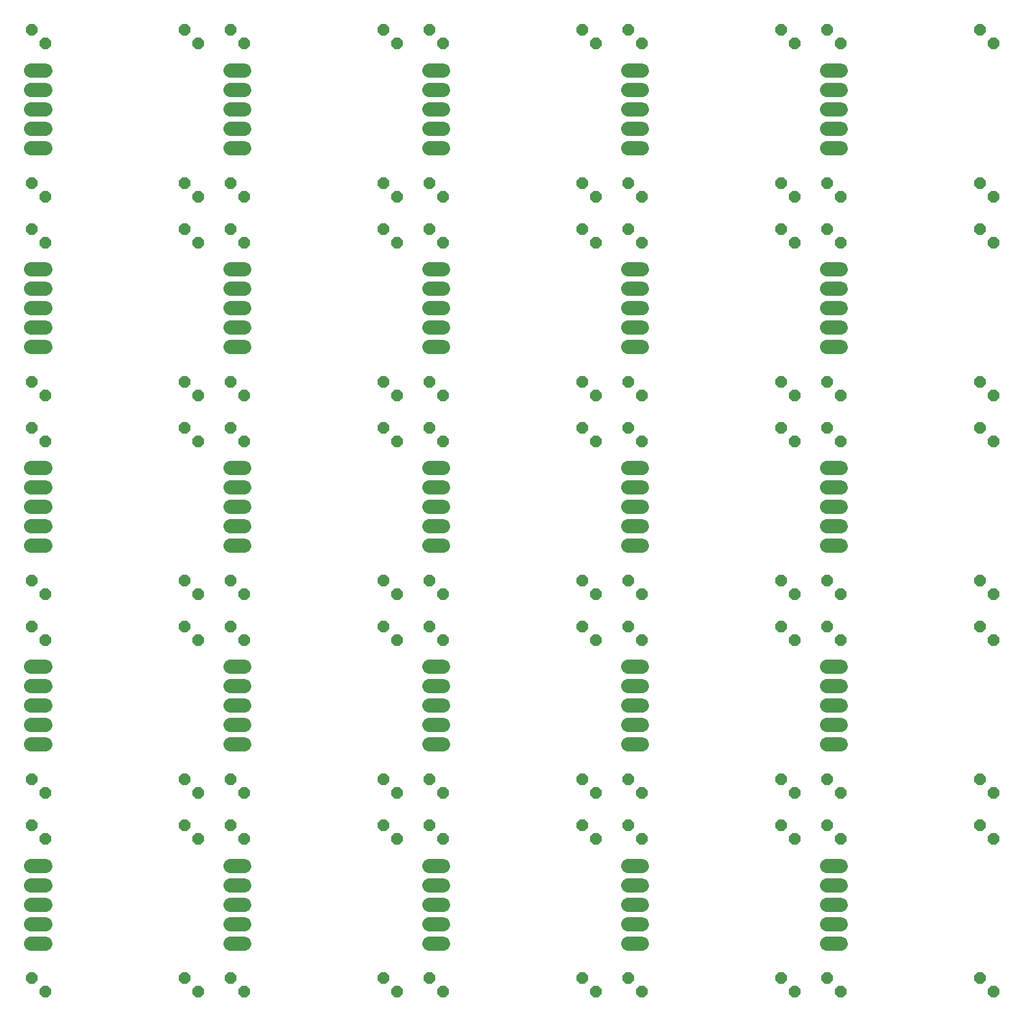
<source format=gtl>
G04 EAGLE Gerber RS-274X export*
G75*
%MOMM*%
%FSLAX34Y34*%
%LPD*%
%INTop Copper*%
%IPPOS*%
%AMOC8*
5,1,8,0,0,1.08239X$1,22.5*%
G01*
%ADD10P,1.583577X8X292.500000*%
%ADD11C,1.828800*%


D10*
X21110Y38890D03*
X38890Y21110D03*
X221110Y38890D03*
X238890Y21110D03*
X221110Y238890D03*
X238890Y221110D03*
X21110Y238890D03*
X38890Y221110D03*
D11*
X39144Y84200D02*
X20856Y84200D01*
X20856Y109600D02*
X39144Y109600D01*
X39144Y135000D02*
X20856Y135000D01*
X20856Y160400D02*
X39144Y160400D01*
X39144Y185800D02*
X20856Y185800D01*
D10*
X21110Y298890D03*
X38890Y281110D03*
X221110Y298890D03*
X238890Y281110D03*
X221110Y498890D03*
X238890Y481110D03*
X21110Y498890D03*
X38890Y481110D03*
D11*
X39144Y344200D02*
X20856Y344200D01*
X20856Y369600D02*
X39144Y369600D01*
X39144Y395000D02*
X20856Y395000D01*
X20856Y420400D02*
X39144Y420400D01*
X39144Y445800D02*
X20856Y445800D01*
D10*
X21110Y558890D03*
X38890Y541110D03*
X221110Y558890D03*
X238890Y541110D03*
X221110Y758890D03*
X238890Y741110D03*
X21110Y758890D03*
X38890Y741110D03*
D11*
X39144Y604200D02*
X20856Y604200D01*
X20856Y629600D02*
X39144Y629600D01*
X39144Y655000D02*
X20856Y655000D01*
X20856Y680400D02*
X39144Y680400D01*
X39144Y705800D02*
X20856Y705800D01*
D10*
X21110Y818890D03*
X38890Y801110D03*
X221110Y818890D03*
X238890Y801110D03*
X221110Y1018890D03*
X238890Y1001110D03*
X21110Y1018890D03*
X38890Y1001110D03*
D11*
X39144Y864200D02*
X20856Y864200D01*
X20856Y889600D02*
X39144Y889600D01*
X39144Y915000D02*
X20856Y915000D01*
X20856Y940400D02*
X39144Y940400D01*
X39144Y965800D02*
X20856Y965800D01*
D10*
X21110Y1078890D03*
X38890Y1061110D03*
X221110Y1078890D03*
X238890Y1061110D03*
X221110Y1278890D03*
X238890Y1261110D03*
X21110Y1278890D03*
X38890Y1261110D03*
D11*
X39144Y1124200D02*
X20856Y1124200D01*
X20856Y1149600D02*
X39144Y1149600D01*
X39144Y1175000D02*
X20856Y1175000D01*
X20856Y1200400D02*
X39144Y1200400D01*
X39144Y1225800D02*
X20856Y1225800D01*
D10*
X281110Y38890D03*
X298890Y21110D03*
X481110Y38890D03*
X498890Y21110D03*
X481110Y238890D03*
X498890Y221110D03*
X281110Y238890D03*
X298890Y221110D03*
D11*
X299144Y84200D02*
X280856Y84200D01*
X280856Y109600D02*
X299144Y109600D01*
X299144Y135000D02*
X280856Y135000D01*
X280856Y160400D02*
X299144Y160400D01*
X299144Y185800D02*
X280856Y185800D01*
D10*
X281110Y298890D03*
X298890Y281110D03*
X481110Y298890D03*
X498890Y281110D03*
X481110Y498890D03*
X498890Y481110D03*
X281110Y498890D03*
X298890Y481110D03*
D11*
X299144Y344200D02*
X280856Y344200D01*
X280856Y369600D02*
X299144Y369600D01*
X299144Y395000D02*
X280856Y395000D01*
X280856Y420400D02*
X299144Y420400D01*
X299144Y445800D02*
X280856Y445800D01*
D10*
X281110Y558890D03*
X298890Y541110D03*
X481110Y558890D03*
X498890Y541110D03*
X481110Y758890D03*
X498890Y741110D03*
X281110Y758890D03*
X298890Y741110D03*
D11*
X299144Y604200D02*
X280856Y604200D01*
X280856Y629600D02*
X299144Y629600D01*
X299144Y655000D02*
X280856Y655000D01*
X280856Y680400D02*
X299144Y680400D01*
X299144Y705800D02*
X280856Y705800D01*
D10*
X281110Y818890D03*
X298890Y801110D03*
X481110Y818890D03*
X498890Y801110D03*
X481110Y1018890D03*
X498890Y1001110D03*
X281110Y1018890D03*
X298890Y1001110D03*
D11*
X299144Y864200D02*
X280856Y864200D01*
X280856Y889600D02*
X299144Y889600D01*
X299144Y915000D02*
X280856Y915000D01*
X280856Y940400D02*
X299144Y940400D01*
X299144Y965800D02*
X280856Y965800D01*
D10*
X281110Y1078890D03*
X298890Y1061110D03*
X481110Y1078890D03*
X498890Y1061110D03*
X481110Y1278890D03*
X498890Y1261110D03*
X281110Y1278890D03*
X298890Y1261110D03*
D11*
X299144Y1124200D02*
X280856Y1124200D01*
X280856Y1149600D02*
X299144Y1149600D01*
X299144Y1175000D02*
X280856Y1175000D01*
X280856Y1200400D02*
X299144Y1200400D01*
X299144Y1225800D02*
X280856Y1225800D01*
D10*
X541110Y38890D03*
X558890Y21110D03*
X741110Y38890D03*
X758890Y21110D03*
X741110Y238890D03*
X758890Y221110D03*
X541110Y238890D03*
X558890Y221110D03*
D11*
X559144Y84200D02*
X540856Y84200D01*
X540856Y109600D02*
X559144Y109600D01*
X559144Y135000D02*
X540856Y135000D01*
X540856Y160400D02*
X559144Y160400D01*
X559144Y185800D02*
X540856Y185800D01*
D10*
X541110Y298890D03*
X558890Y281110D03*
X741110Y298890D03*
X758890Y281110D03*
X741110Y498890D03*
X758890Y481110D03*
X541110Y498890D03*
X558890Y481110D03*
D11*
X559144Y344200D02*
X540856Y344200D01*
X540856Y369600D02*
X559144Y369600D01*
X559144Y395000D02*
X540856Y395000D01*
X540856Y420400D02*
X559144Y420400D01*
X559144Y445800D02*
X540856Y445800D01*
D10*
X541110Y558890D03*
X558890Y541110D03*
X741110Y558890D03*
X758890Y541110D03*
X741110Y758890D03*
X758890Y741110D03*
X541110Y758890D03*
X558890Y741110D03*
D11*
X559144Y604200D02*
X540856Y604200D01*
X540856Y629600D02*
X559144Y629600D01*
X559144Y655000D02*
X540856Y655000D01*
X540856Y680400D02*
X559144Y680400D01*
X559144Y705800D02*
X540856Y705800D01*
D10*
X541110Y818890D03*
X558890Y801110D03*
X741110Y818890D03*
X758890Y801110D03*
X741110Y1018890D03*
X758890Y1001110D03*
X541110Y1018890D03*
X558890Y1001110D03*
D11*
X559144Y864200D02*
X540856Y864200D01*
X540856Y889600D02*
X559144Y889600D01*
X559144Y915000D02*
X540856Y915000D01*
X540856Y940400D02*
X559144Y940400D01*
X559144Y965800D02*
X540856Y965800D01*
D10*
X541110Y1078890D03*
X558890Y1061110D03*
X741110Y1078890D03*
X758890Y1061110D03*
X741110Y1278890D03*
X758890Y1261110D03*
X541110Y1278890D03*
X558890Y1261110D03*
D11*
X559144Y1124200D02*
X540856Y1124200D01*
X540856Y1149600D02*
X559144Y1149600D01*
X559144Y1175000D02*
X540856Y1175000D01*
X540856Y1200400D02*
X559144Y1200400D01*
X559144Y1225800D02*
X540856Y1225800D01*
D10*
X801110Y38890D03*
X818890Y21110D03*
X1001110Y38890D03*
X1018890Y21110D03*
X1001110Y238890D03*
X1018890Y221110D03*
X801110Y238890D03*
X818890Y221110D03*
D11*
X819144Y84200D02*
X800856Y84200D01*
X800856Y109600D02*
X819144Y109600D01*
X819144Y135000D02*
X800856Y135000D01*
X800856Y160400D02*
X819144Y160400D01*
X819144Y185800D02*
X800856Y185800D01*
D10*
X801110Y298890D03*
X818890Y281110D03*
X1001110Y298890D03*
X1018890Y281110D03*
X1001110Y498890D03*
X1018890Y481110D03*
X801110Y498890D03*
X818890Y481110D03*
D11*
X819144Y344200D02*
X800856Y344200D01*
X800856Y369600D02*
X819144Y369600D01*
X819144Y395000D02*
X800856Y395000D01*
X800856Y420400D02*
X819144Y420400D01*
X819144Y445800D02*
X800856Y445800D01*
D10*
X801110Y558890D03*
X818890Y541110D03*
X1001110Y558890D03*
X1018890Y541110D03*
X1001110Y758890D03*
X1018890Y741110D03*
X801110Y758890D03*
X818890Y741110D03*
D11*
X819144Y604200D02*
X800856Y604200D01*
X800856Y629600D02*
X819144Y629600D01*
X819144Y655000D02*
X800856Y655000D01*
X800856Y680400D02*
X819144Y680400D01*
X819144Y705800D02*
X800856Y705800D01*
D10*
X801110Y818890D03*
X818890Y801110D03*
X1001110Y818890D03*
X1018890Y801110D03*
X1001110Y1018890D03*
X1018890Y1001110D03*
X801110Y1018890D03*
X818890Y1001110D03*
D11*
X819144Y864200D02*
X800856Y864200D01*
X800856Y889600D02*
X819144Y889600D01*
X819144Y915000D02*
X800856Y915000D01*
X800856Y940400D02*
X819144Y940400D01*
X819144Y965800D02*
X800856Y965800D01*
D10*
X801110Y1078890D03*
X818890Y1061110D03*
X1001110Y1078890D03*
X1018890Y1061110D03*
X1001110Y1278890D03*
X1018890Y1261110D03*
X801110Y1278890D03*
X818890Y1261110D03*
D11*
X819144Y1124200D02*
X800856Y1124200D01*
X800856Y1149600D02*
X819144Y1149600D01*
X819144Y1175000D02*
X800856Y1175000D01*
X800856Y1200400D02*
X819144Y1200400D01*
X819144Y1225800D02*
X800856Y1225800D01*
D10*
X1061110Y38890D03*
X1078890Y21110D03*
X1261110Y38890D03*
X1278890Y21110D03*
X1261110Y238890D03*
X1278890Y221110D03*
X1061110Y238890D03*
X1078890Y221110D03*
D11*
X1079144Y84200D02*
X1060856Y84200D01*
X1060856Y109600D02*
X1079144Y109600D01*
X1079144Y135000D02*
X1060856Y135000D01*
X1060856Y160400D02*
X1079144Y160400D01*
X1079144Y185800D02*
X1060856Y185800D01*
D10*
X1061110Y298890D03*
X1078890Y281110D03*
X1261110Y298890D03*
X1278890Y281110D03*
X1261110Y498890D03*
X1278890Y481110D03*
X1061110Y498890D03*
X1078890Y481110D03*
D11*
X1079144Y344200D02*
X1060856Y344200D01*
X1060856Y369600D02*
X1079144Y369600D01*
X1079144Y395000D02*
X1060856Y395000D01*
X1060856Y420400D02*
X1079144Y420400D01*
X1079144Y445800D02*
X1060856Y445800D01*
D10*
X1061110Y558890D03*
X1078890Y541110D03*
X1261110Y558890D03*
X1278890Y541110D03*
X1261110Y758890D03*
X1278890Y741110D03*
X1061110Y758890D03*
X1078890Y741110D03*
D11*
X1079144Y604200D02*
X1060856Y604200D01*
X1060856Y629600D02*
X1079144Y629600D01*
X1079144Y655000D02*
X1060856Y655000D01*
X1060856Y680400D02*
X1079144Y680400D01*
X1079144Y705800D02*
X1060856Y705800D01*
D10*
X1061110Y818890D03*
X1078890Y801110D03*
X1261110Y818890D03*
X1278890Y801110D03*
X1261110Y1018890D03*
X1278890Y1001110D03*
X1061110Y1018890D03*
X1078890Y1001110D03*
D11*
X1079144Y864200D02*
X1060856Y864200D01*
X1060856Y889600D02*
X1079144Y889600D01*
X1079144Y915000D02*
X1060856Y915000D01*
X1060856Y940400D02*
X1079144Y940400D01*
X1079144Y965800D02*
X1060856Y965800D01*
D10*
X1061110Y1078890D03*
X1078890Y1061110D03*
X1261110Y1078890D03*
X1278890Y1061110D03*
X1261110Y1278890D03*
X1278890Y1261110D03*
X1061110Y1278890D03*
X1078890Y1261110D03*
D11*
X1079144Y1124200D02*
X1060856Y1124200D01*
X1060856Y1149600D02*
X1079144Y1149600D01*
X1079144Y1175000D02*
X1060856Y1175000D01*
X1060856Y1200400D02*
X1079144Y1200400D01*
X1079144Y1225800D02*
X1060856Y1225800D01*
M02*

</source>
